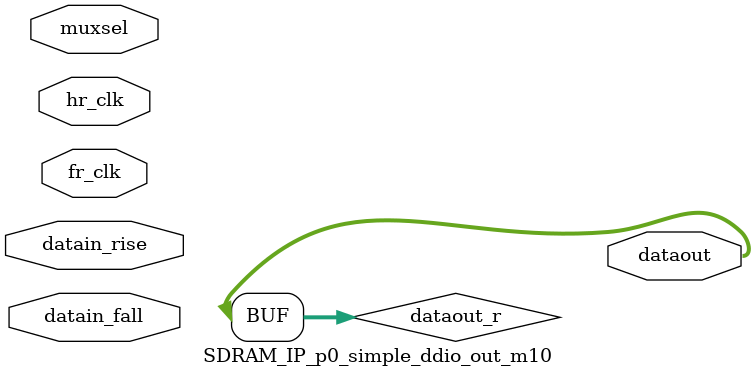
<source format=sv>




`timescale 1 ps / 1 ps

module SDRAM_IP_p0_simple_ddio_out_m10(
	hr_clk,
	fr_clk,
	datain_rise,
        datain_fall,
        muxsel,
	dataout
);

// *****************************************************************
// BEGIN PARAMETER SECTION

parameter DATA_WIDTH = ""; 

// END PARAMETER SECTION
// *****************************************************************

input	hr_clk;
input   fr_clk;
input	[DATA_WIDTH-1:0] datain_rise;
input   [DATA_WIDTH-1:0] datain_fall;
input   muxsel;
output	[DATA_WIDTH-1:0] dataout;

generate
genvar i, j;
	(* altera_attribute = {"-name ALLOW_SYNCH_CTRL_USAGE OFF"}*) reg [DATA_WIDTH-1:0] datain_r /* synthesis dont_merge syn_noprune syn_preserve = 1 */;
	(* altera_attribute = {"-name ALLOW_SYNCH_CTRL_USAGE OFF"}*) reg [DATA_WIDTH-1:0] datain_f /* synthesis dont_merge syn_noprune syn_preserve = 1 */;


        always_ff @ (posedge hr_clk )
	begin
		datain_r <= datain_rise;
	end

        always_ff @ (negedge hr_clk)
        begin
                datain_f <= datain_fall;
        end


	reg [DATA_WIDTH-1:0] dataout_r /* synthesis dont_merge syn_noprune syn_preserve = 1 */;
	for (i=0; i<DATA_WIDTH; i=i+1)
	begin: ddio_group

                always_ff @ (posedge fr_clk)
                begin
                        if (muxsel)
                        begin
			        dataout_r[i] <= datain_f;
                        end else begin
                                dataout_r[i] <= datain_r;
                        end
		end
	end
	
	assign dataout = dataout_r;
	
endgenerate
endmodule

</source>
